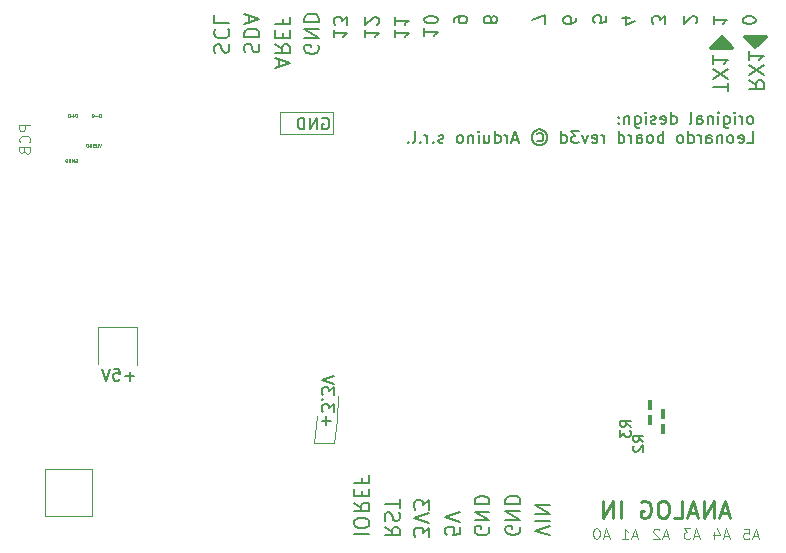
<source format=gbo>
G04 #@! TF.GenerationSoftware,KiCad,Pcbnew,(6.0.10-0)*
G04 #@! TF.CreationDate,2023-01-08T15:51:09+01:00*
G04 #@! TF.ProjectId,Leonardo_Rev3d,4c656f6e-6172-4646-9f5f-52657633642e,3d*
G04 #@! TF.SameCoordinates,Original*
G04 #@! TF.FileFunction,Legend,Bot*
G04 #@! TF.FilePolarity,Positive*
%FSLAX46Y46*%
G04 Gerber Fmt 4.6, Leading zero omitted, Abs format (unit mm)*
G04 Created by KiCad (PCBNEW (6.0.10-0)) date 2023-01-08 15:51:09*
%MOMM*%
%LPD*%
G01*
G04 APERTURE LIST*
G04 Aperture macros list*
%AMRoundRect*
0 Rectangle with rounded corners*
0 $1 Rounding radius*
0 $2 $3 $4 $5 $6 $7 $8 $9 X,Y pos of 4 corners*
0 Add a 4 corners polygon primitive as box body*
4,1,4,$2,$3,$4,$5,$6,$7,$8,$9,$2,$3,0*
0 Add four circle primitives for the rounded corners*
1,1,$1+$1,$2,$3*
1,1,$1+$1,$4,$5*
1,1,$1+$1,$6,$7*
1,1,$1+$1,$8,$9*
0 Add four rect primitives between the rounded corners*
20,1,$1+$1,$2,$3,$4,$5,0*
20,1,$1+$1,$4,$5,$6,$7,0*
20,1,$1+$1,$6,$7,$8,$9,0*
20,1,$1+$1,$8,$9,$2,$3,0*%
%AMFreePoly0*
4,1,17,0.356937,0.810921,0.810921,0.356937,0.825800,0.321016,0.825800,-0.321016,0.810921,-0.356937,0.356937,-0.810921,0.321016,-0.825800,-0.321016,-0.825800,-0.356937,-0.810921,-0.810921,-0.356937,-0.825800,-0.321016,-0.825800,0.321016,-0.810921,0.356937,-0.356937,0.810921,-0.321016,0.825800,0.321016,0.825800,0.356937,0.810921,0.356937,0.810921,$1*%
%AMFreePoly1*
4,1,17,0.864348,2.035921,2.035921,0.864348,2.050800,0.828427,2.050800,-0.828427,2.035921,-0.864348,0.864348,-2.035921,0.828427,-2.050800,-0.828427,-2.050800,-0.864348,-2.035921,-2.035921,-0.864348,-2.050800,-0.828427,-2.050800,0.828427,-2.035921,0.864348,-0.864348,2.035921,-0.828427,2.050800,0.828427,2.050800,0.864348,2.035921,0.864348,2.035921,$1*%
G04 Aperture macros list end*
%ADD10C,0.304800*%
%ADD11C,0.120000*%
%ADD12C,0.142240*%
%ADD13C,0.150000*%
%ADD14C,0.152400*%
%ADD15C,0.121920*%
%ADD16C,0.170688*%
%ADD17C,0.251460*%
%ADD18C,0.022433*%
%ADD19C,0.081280*%
%ADD20C,0.140208*%
%ADD21C,3.200000*%
%ADD22C,1.524000*%
%ADD23O,1.524000X2.946400*%
%ADD24RoundRect,0.550800X0.000000X0.000000X0.000000X0.000000X0.000000X0.000000X0.000000X0.000000X0*%
%ADD25O,1.651000X1.016000*%
%ADD26O,1.016000X1.295400*%
%ADD27FreePoly0,270.000000*%
%ADD28FreePoly1,90.000000*%
%ADD29FreePoly1,180.000000*%
%ADD30RoundRect,0.050800X2.000000X2.000000X-2.000000X2.000000X-2.000000X-2.000000X2.000000X-2.000000X0*%
%ADD31RoundRect,0.365800X0.135000X-0.035000X0.135000X0.035000X-0.135000X0.035000X-0.135000X-0.035000X0*%
G04 APERTURE END LIST*
D10*
X178440000Y-84984000D02*
X178059000Y-85365000D01*
X175188000Y-84778000D02*
X174299000Y-85667000D01*
X178059000Y-85619000D02*
X178948000Y-84730000D01*
D11*
X137790000Y-91130000D02*
X142310000Y-91130000D01*
X142310000Y-91130000D02*
X142310000Y-92940000D01*
X142310000Y-92940000D02*
X137790000Y-92940000D01*
X137790000Y-92940000D02*
X137790000Y-91130000D01*
D10*
X177170000Y-84730000D02*
X178059000Y-85619000D01*
X175188000Y-85032000D02*
X175696000Y-85540000D01*
X175442000Y-85540000D02*
X174680000Y-85540000D01*
D11*
X142650000Y-117210000D02*
X142370000Y-119110000D01*
D10*
X174680000Y-85540000D02*
X175188000Y-85032000D01*
D11*
X142680000Y-115180000D02*
X142650000Y-117210000D01*
X122360000Y-112490000D02*
X122360000Y-109280000D01*
D10*
X175061000Y-85286000D02*
X175442000Y-85540000D01*
X178059000Y-85365000D02*
X177551000Y-84857000D01*
X174299000Y-85667000D02*
X176077000Y-85667000D01*
D11*
X122360000Y-109280000D02*
X125680000Y-109280000D01*
X142370000Y-119110000D02*
X140650000Y-119110000D01*
D10*
X177932000Y-84984000D02*
X178440000Y-84984000D01*
X178059000Y-85238000D02*
X178059000Y-85111000D01*
X177551000Y-84857000D02*
X178567000Y-84857000D01*
X178948000Y-84730000D02*
X177170000Y-84730000D01*
D11*
X140650000Y-119110000D02*
X140950000Y-116880000D01*
X125690000Y-112495000D02*
X125690000Y-109285000D01*
D10*
X176077000Y-85667000D02*
X175188000Y-84778000D01*
D12*
X175771520Y-89377424D02*
X175771520Y-88645904D01*
X174491360Y-89011664D02*
X175771520Y-89011664D01*
X175771520Y-88341104D02*
X174491360Y-87487664D01*
X175771520Y-87487664D02*
X174491360Y-88341104D01*
X174491360Y-86329424D02*
X174491360Y-87060944D01*
X174491360Y-86695184D02*
X175771520Y-86695184D01*
X175588640Y-86817104D01*
X175466720Y-86939024D01*
X175405760Y-87060944D01*
X141060160Y-85472184D02*
X141121120Y-85594104D01*
X141121120Y-85776984D01*
X141060160Y-85959864D01*
X140938240Y-86081784D01*
X140816320Y-86142744D01*
X140572480Y-86203704D01*
X140389600Y-86203704D01*
X140145760Y-86142744D01*
X140023840Y-86081784D01*
X139901920Y-85959864D01*
X139840960Y-85776984D01*
X139840960Y-85655064D01*
X139901920Y-85472184D01*
X139962880Y-85411224D01*
X140389600Y-85411224D01*
X140389600Y-85655064D01*
X139840960Y-84862584D02*
X141121120Y-84862584D01*
X139840960Y-84131064D01*
X141121120Y-84131064D01*
X139840960Y-83521464D02*
X141121120Y-83521464D01*
X141121120Y-83216664D01*
X141060160Y-83033784D01*
X140938240Y-82911864D01*
X140816320Y-82850904D01*
X140572480Y-82789944D01*
X140389600Y-82789944D01*
X140145760Y-82850904D01*
X140023840Y-82911864D01*
X139901920Y-83033784D01*
X139840960Y-83216664D01*
X139840960Y-83521464D01*
X146660960Y-126241224D02*
X147270560Y-126667944D01*
X146660960Y-126972744D02*
X147941120Y-126972744D01*
X147941120Y-126485064D01*
X147880160Y-126363144D01*
X147819200Y-126302184D01*
X147697280Y-126241224D01*
X147514400Y-126241224D01*
X147392480Y-126302184D01*
X147331520Y-126363144D01*
X147270560Y-126485064D01*
X147270560Y-126972744D01*
X146721920Y-125753544D02*
X146660960Y-125570664D01*
X146660960Y-125265864D01*
X146721920Y-125143944D01*
X146782880Y-125082984D01*
X146904800Y-125022024D01*
X147026720Y-125022024D01*
X147148640Y-125082984D01*
X147209600Y-125143944D01*
X147270560Y-125265864D01*
X147331520Y-125509704D01*
X147392480Y-125631624D01*
X147453440Y-125692584D01*
X147575360Y-125753544D01*
X147697280Y-125753544D01*
X147819200Y-125692584D01*
X147880160Y-125631624D01*
X147941120Y-125509704D01*
X147941120Y-125204904D01*
X147880160Y-125022024D01*
X147941120Y-124656264D02*
X147941120Y-123924744D01*
X146660960Y-124290504D02*
X147941120Y-124290504D01*
D13*
X141718571Y-117620952D02*
X141718571Y-116859047D01*
X141337619Y-117240000D02*
X142099523Y-117240000D01*
X142337619Y-116478095D02*
X142337619Y-115859047D01*
X141956666Y-116192380D01*
X141956666Y-116049523D01*
X141909047Y-115954285D01*
X141861428Y-115906666D01*
X141766190Y-115859047D01*
X141528095Y-115859047D01*
X141432857Y-115906666D01*
X141385238Y-115954285D01*
X141337619Y-116049523D01*
X141337619Y-116335238D01*
X141385238Y-116430476D01*
X141432857Y-116478095D01*
X141432857Y-115430476D02*
X141385238Y-115382857D01*
X141337619Y-115430476D01*
X141385238Y-115478095D01*
X141432857Y-115430476D01*
X141337619Y-115430476D01*
X142337619Y-115049523D02*
X142337619Y-114430476D01*
X141956666Y-114763809D01*
X141956666Y-114620952D01*
X141909047Y-114525714D01*
X141861428Y-114478095D01*
X141766190Y-114430476D01*
X141528095Y-114430476D01*
X141432857Y-114478095D01*
X141385238Y-114525714D01*
X141337619Y-114620952D01*
X141337619Y-114906666D01*
X141385238Y-115001904D01*
X141432857Y-115049523D01*
X142337619Y-114144761D02*
X141337619Y-113811428D01*
X142337619Y-113478095D01*
D14*
X172996780Y-83620564D02*
X173050000Y-83567345D01*
X173103219Y-83460907D01*
X173103219Y-83194812D01*
X173050000Y-83088374D01*
X172996780Y-83035155D01*
X172890342Y-82981936D01*
X172783904Y-82981936D01*
X172624247Y-83035155D01*
X171985619Y-83673783D01*
X171985619Y-82981936D01*
X167470685Y-83178374D02*
X166725619Y-83178374D01*
X167896438Y-83444469D02*
X167098152Y-83710564D01*
X167098152Y-83018717D01*
D15*
X168070451Y-127021973D02*
X167644698Y-127021973D01*
X168155601Y-127277424D02*
X167857574Y-126383344D01*
X167559548Y-127277424D01*
X166793193Y-127277424D02*
X167304096Y-127277424D01*
X167048645Y-127277424D02*
X167048645Y-126383344D01*
X167133795Y-126511070D01*
X167218946Y-126596220D01*
X167304096Y-126638796D01*
D14*
X178083219Y-83394469D02*
X178083219Y-83288031D01*
X178030000Y-83181593D01*
X177976780Y-83128374D01*
X177870342Y-83075155D01*
X177657466Y-83021936D01*
X177391371Y-83021936D01*
X177178495Y-83075155D01*
X177072057Y-83128374D01*
X177018838Y-83181593D01*
X176965619Y-83288031D01*
X176965619Y-83394469D01*
X177018838Y-83500907D01*
X177072057Y-83554126D01*
X177178495Y-83607345D01*
X177391371Y-83660564D01*
X177657466Y-83660564D01*
X177870342Y-83607345D01*
X177976780Y-83554126D01*
X178030000Y-83500907D01*
X178083219Y-83394469D01*
X150025619Y-84046317D02*
X150025619Y-84684945D01*
X150025619Y-84365631D02*
X151143219Y-84365631D01*
X150983561Y-84472069D01*
X150877123Y-84578507D01*
X150823904Y-84684945D01*
X151143219Y-83354469D02*
X151143219Y-83248031D01*
X151090000Y-83141593D01*
X151036780Y-83088374D01*
X150930342Y-83035155D01*
X150717466Y-82981936D01*
X150451371Y-82981936D01*
X150238495Y-83035155D01*
X150132057Y-83088374D01*
X150078838Y-83141593D01*
X150025619Y-83248031D01*
X150025619Y-83354469D01*
X150078838Y-83460907D01*
X150132057Y-83514126D01*
X150238495Y-83567345D01*
X150451371Y-83620564D01*
X150717466Y-83620564D01*
X150930342Y-83567345D01*
X151036780Y-83514126D01*
X151090000Y-83460907D01*
X151143219Y-83354469D01*
D12*
X150421120Y-127094664D02*
X150421120Y-126302184D01*
X149933440Y-126728904D01*
X149933440Y-126546024D01*
X149872480Y-126424104D01*
X149811520Y-126363144D01*
X149689600Y-126302184D01*
X149384800Y-126302184D01*
X149262880Y-126363144D01*
X149201920Y-126424104D01*
X149140960Y-126546024D01*
X149140960Y-126911784D01*
X149201920Y-127033704D01*
X149262880Y-127094664D01*
X150421120Y-125936424D02*
X149140960Y-125509704D01*
X150421120Y-125082984D01*
X150421120Y-124778184D02*
X150421120Y-123985704D01*
X149933440Y-124412424D01*
X149933440Y-124229544D01*
X149872480Y-124107624D01*
X149811520Y-124046664D01*
X149689600Y-123985704D01*
X149384800Y-123985704D01*
X149262880Y-124046664D01*
X149201920Y-124107624D01*
X149140960Y-124229544D01*
X149140960Y-124595304D01*
X149201920Y-124717224D01*
X149262880Y-124778184D01*
X132291920Y-86103704D02*
X132230960Y-85920824D01*
X132230960Y-85616024D01*
X132291920Y-85494104D01*
X132352880Y-85433144D01*
X132474800Y-85372184D01*
X132596720Y-85372184D01*
X132718640Y-85433144D01*
X132779600Y-85494104D01*
X132840560Y-85616024D01*
X132901520Y-85859864D01*
X132962480Y-85981784D01*
X133023440Y-86042744D01*
X133145360Y-86103704D01*
X133267280Y-86103704D01*
X133389200Y-86042744D01*
X133450160Y-85981784D01*
X133511120Y-85859864D01*
X133511120Y-85555064D01*
X133450160Y-85372184D01*
X132352880Y-84092024D02*
X132291920Y-84152984D01*
X132230960Y-84335864D01*
X132230960Y-84457784D01*
X132291920Y-84640664D01*
X132413840Y-84762584D01*
X132535760Y-84823544D01*
X132779600Y-84884504D01*
X132962480Y-84884504D01*
X133206320Y-84823544D01*
X133328240Y-84762584D01*
X133450160Y-84640664D01*
X133511120Y-84457784D01*
X133511120Y-84335864D01*
X133450160Y-84152984D01*
X133389200Y-84092024D01*
X132230960Y-82933784D02*
X132230960Y-83543384D01*
X133511120Y-83543384D01*
D14*
X145035619Y-84136317D02*
X145035619Y-84774945D01*
X145035619Y-84455631D02*
X146153219Y-84455631D01*
X145993561Y-84562069D01*
X145887123Y-84668507D01*
X145833904Y-84774945D01*
X146046780Y-83710564D02*
X146100000Y-83657345D01*
X146153219Y-83550907D01*
X146153219Y-83284812D01*
X146100000Y-83178374D01*
X146046780Y-83125155D01*
X145940342Y-83071936D01*
X145833904Y-83071936D01*
X145674247Y-83125155D01*
X145035619Y-83763783D01*
X145035619Y-83071936D01*
D12*
X134841920Y-86063704D02*
X134780960Y-85880824D01*
X134780960Y-85576024D01*
X134841920Y-85454104D01*
X134902880Y-85393144D01*
X135024800Y-85332184D01*
X135146720Y-85332184D01*
X135268640Y-85393144D01*
X135329600Y-85454104D01*
X135390560Y-85576024D01*
X135451520Y-85819864D01*
X135512480Y-85941784D01*
X135573440Y-86002744D01*
X135695360Y-86063704D01*
X135817280Y-86063704D01*
X135939200Y-86002744D01*
X136000160Y-85941784D01*
X136061120Y-85819864D01*
X136061120Y-85515064D01*
X136000160Y-85332184D01*
X134780960Y-84783544D02*
X136061120Y-84783544D01*
X136061120Y-84478744D01*
X136000160Y-84295864D01*
X135878240Y-84173944D01*
X135756320Y-84112984D01*
X135512480Y-84052024D01*
X135329600Y-84052024D01*
X135085760Y-84112984D01*
X134963840Y-84173944D01*
X134841920Y-84295864D01*
X134780960Y-84478744D01*
X134780960Y-84783544D01*
X135146720Y-83564344D02*
X135146720Y-82954744D01*
X134780960Y-83686264D02*
X136061120Y-83259544D01*
X134780960Y-82832824D01*
X177484960Y-88427224D02*
X178094560Y-88853944D01*
X177484960Y-89158744D02*
X178765120Y-89158744D01*
X178765120Y-88671064D01*
X178704160Y-88549144D01*
X178643200Y-88488184D01*
X178521280Y-88427224D01*
X178338400Y-88427224D01*
X178216480Y-88488184D01*
X178155520Y-88549144D01*
X178094560Y-88671064D01*
X178094560Y-89158744D01*
X178765120Y-88000504D02*
X177484960Y-87147064D01*
X178765120Y-87147064D02*
X177484960Y-88000504D01*
X177484960Y-85988824D02*
X177484960Y-86720344D01*
X177484960Y-86354584D02*
X178765120Y-86354584D01*
X178582240Y-86476504D01*
X178460320Y-86598424D01*
X178399360Y-86720344D01*
D14*
X142365619Y-84136317D02*
X142365619Y-84774945D01*
X142365619Y-84455631D02*
X143483219Y-84455631D01*
X143323561Y-84562069D01*
X143217123Y-84668507D01*
X143163904Y-84774945D01*
X143483219Y-83763783D02*
X143483219Y-83071936D01*
X143057466Y-83444469D01*
X143057466Y-83284812D01*
X143004247Y-83178374D01*
X142951028Y-83125155D01*
X142844590Y-83071936D01*
X142578495Y-83071936D01*
X142472057Y-83125155D01*
X142418838Y-83178374D01*
X142365619Y-83284812D01*
X142365619Y-83604126D01*
X142418838Y-83710564D01*
X142472057Y-83763783D01*
D16*
X153051317Y-126274972D02*
X153051317Y-126871026D01*
X152455264Y-126930631D01*
X152514869Y-126871026D01*
X152574474Y-126751815D01*
X152574474Y-126453788D01*
X152514869Y-126334578D01*
X152455264Y-126274972D01*
X152336053Y-126215367D01*
X152038026Y-126215367D01*
X151918816Y-126274972D01*
X151859210Y-126334578D01*
X151799605Y-126453788D01*
X151799605Y-126751815D01*
X151859210Y-126871026D01*
X151918816Y-126930631D01*
X153051317Y-125857735D02*
X151799605Y-125440498D01*
X153051317Y-125023260D01*
D15*
X178310451Y-127021973D02*
X177884698Y-127021973D01*
X178395601Y-127277424D02*
X178097574Y-126383344D01*
X177799548Y-127277424D01*
X177075769Y-126383344D02*
X177501521Y-126383344D01*
X177544096Y-126809097D01*
X177501521Y-126766521D01*
X177416371Y-126723946D01*
X177203494Y-126723946D01*
X177118344Y-126766521D01*
X177075769Y-126809097D01*
X177033193Y-126894247D01*
X177033193Y-127107123D01*
X177075769Y-127192274D01*
X177118344Y-127234849D01*
X177203494Y-127277424D01*
X177416371Y-127277424D01*
X177501521Y-127234849D01*
X177544096Y-127192274D01*
D13*
X141391904Y-91640000D02*
X141487142Y-91592380D01*
X141630000Y-91592380D01*
X141772857Y-91640000D01*
X141868095Y-91735238D01*
X141915714Y-91830476D01*
X141963333Y-92020952D01*
X141963333Y-92163809D01*
X141915714Y-92354285D01*
X141868095Y-92449523D01*
X141772857Y-92544761D01*
X141630000Y-92592380D01*
X141534761Y-92592380D01*
X141391904Y-92544761D01*
X141344285Y-92497142D01*
X141344285Y-92163809D01*
X141534761Y-92163809D01*
X140915714Y-92592380D02*
X140915714Y-91592380D01*
X140344285Y-92592380D01*
X140344285Y-91592380D01*
X139868095Y-92592380D02*
X139868095Y-91592380D01*
X139630000Y-91592380D01*
X139487142Y-91640000D01*
X139391904Y-91735238D01*
X139344285Y-91830476D01*
X139296666Y-92020952D01*
X139296666Y-92163809D01*
X139344285Y-92354285D01*
X139391904Y-92449523D01*
X139487142Y-92544761D01*
X139630000Y-92592380D01*
X139868095Y-92592380D01*
X125445714Y-113471428D02*
X124683809Y-113471428D01*
X125064761Y-113852380D02*
X125064761Y-113090476D01*
X123731428Y-112852380D02*
X124207619Y-112852380D01*
X124255238Y-113328571D01*
X124207619Y-113280952D01*
X124112380Y-113233333D01*
X123874285Y-113233333D01*
X123779047Y-113280952D01*
X123731428Y-113328571D01*
X123683809Y-113423809D01*
X123683809Y-113661904D01*
X123731428Y-113757142D01*
X123779047Y-113804761D01*
X123874285Y-113852380D01*
X124112380Y-113852380D01*
X124207619Y-113804761D01*
X124255238Y-113757142D01*
X123398095Y-112852380D02*
X123064761Y-113852380D01*
X122731428Y-112852380D01*
D14*
X174515619Y-83021936D02*
X174515619Y-83660564D01*
X174515619Y-83341250D02*
X175633219Y-83341250D01*
X175473561Y-83447688D01*
X175367123Y-83554126D01*
X175313904Y-83660564D01*
D15*
X173250451Y-126981973D02*
X172824698Y-126981973D01*
X173335601Y-127237424D02*
X173037574Y-126343344D01*
X172739548Y-127237424D01*
X172526672Y-126343344D02*
X171973193Y-126343344D01*
X172271220Y-126683946D01*
X172143494Y-126683946D01*
X172058344Y-126726521D01*
X172015769Y-126769097D01*
X171973193Y-126854247D01*
X171973193Y-127067123D01*
X172015769Y-127152274D01*
X172058344Y-127194849D01*
X172143494Y-127237424D01*
X172398946Y-127237424D01*
X172484096Y-127194849D01*
X172526672Y-127152274D01*
D16*
X155471712Y-126255367D02*
X155531317Y-126374578D01*
X155531317Y-126553394D01*
X155471712Y-126732210D01*
X155352501Y-126851420D01*
X155233290Y-126911026D01*
X154994869Y-126970631D01*
X154816053Y-126970631D01*
X154577632Y-126911026D01*
X154458421Y-126851420D01*
X154339210Y-126732210D01*
X154279605Y-126553394D01*
X154279605Y-126434183D01*
X154339210Y-126255367D01*
X154398816Y-126195762D01*
X154816053Y-126195762D01*
X154816053Y-126434183D01*
X154279605Y-125659314D02*
X155531317Y-125659314D01*
X154279605Y-124944050D01*
X155531317Y-124944050D01*
X154279605Y-124347996D02*
X155531317Y-124347996D01*
X155531317Y-124049970D01*
X155471712Y-123871154D01*
X155352501Y-123751943D01*
X155233290Y-123692338D01*
X154994869Y-123632732D01*
X154816053Y-123632732D01*
X154577632Y-123692338D01*
X154458421Y-123751943D01*
X154339210Y-123871154D01*
X154279605Y-124049970D01*
X154279605Y-124347996D01*
X160631317Y-126969842D02*
X159379605Y-126552604D01*
X160631317Y-126135367D01*
X159379605Y-125718130D02*
X160631317Y-125718130D01*
X159379605Y-125122076D02*
X160631317Y-125122076D01*
X159379605Y-124406812D01*
X160631317Y-124406812D01*
X158081712Y-126215367D02*
X158141317Y-126334578D01*
X158141317Y-126513394D01*
X158081712Y-126692210D01*
X157962501Y-126811420D01*
X157843290Y-126871026D01*
X157604869Y-126930631D01*
X157426053Y-126930631D01*
X157187632Y-126871026D01*
X157068421Y-126811420D01*
X156949210Y-126692210D01*
X156889605Y-126513394D01*
X156889605Y-126394183D01*
X156949210Y-126215367D01*
X157008816Y-126155762D01*
X157426053Y-126155762D01*
X157426053Y-126394183D01*
X156889605Y-125619314D02*
X158141317Y-125619314D01*
X156889605Y-124904050D01*
X158141317Y-124904050D01*
X156889605Y-124307996D02*
X158141317Y-124307996D01*
X158141317Y-124009970D01*
X158081712Y-123831154D01*
X157962501Y-123711943D01*
X157843290Y-123652338D01*
X157604869Y-123592732D01*
X157426053Y-123592732D01*
X157187632Y-123652338D01*
X157068421Y-123711943D01*
X156949210Y-123831154D01*
X156889605Y-124009970D01*
X156889605Y-124307996D01*
D12*
X137716720Y-87263704D02*
X137716720Y-86654104D01*
X137350960Y-87385624D02*
X138631120Y-86958904D01*
X137350960Y-86532184D01*
X137350960Y-85373944D02*
X137960560Y-85800664D01*
X137350960Y-86105464D02*
X138631120Y-86105464D01*
X138631120Y-85617784D01*
X138570160Y-85495864D01*
X138509200Y-85434904D01*
X138387280Y-85373944D01*
X138204400Y-85373944D01*
X138082480Y-85434904D01*
X138021520Y-85495864D01*
X137960560Y-85617784D01*
X137960560Y-86105464D01*
X138021520Y-84825304D02*
X138021520Y-84398584D01*
X137350960Y-84215704D02*
X137350960Y-84825304D01*
X138631120Y-84825304D01*
X138631120Y-84215704D01*
X138021520Y-83240344D02*
X138021520Y-83667064D01*
X137350960Y-83667064D02*
X138631120Y-83667064D01*
X138631120Y-83057464D01*
D14*
X165443219Y-82985155D02*
X165443219Y-83517345D01*
X164911028Y-83570564D01*
X164964247Y-83517345D01*
X165017466Y-83410907D01*
X165017466Y-83144812D01*
X164964247Y-83038374D01*
X164911028Y-82985155D01*
X164804590Y-82931936D01*
X164538495Y-82931936D01*
X164432057Y-82985155D01*
X164378838Y-83038374D01*
X164325619Y-83144812D01*
X164325619Y-83410907D01*
X164378838Y-83517345D01*
X164432057Y-83570564D01*
X147575619Y-84136317D02*
X147575619Y-84774945D01*
X147575619Y-84455631D02*
X148693219Y-84455631D01*
X148533561Y-84562069D01*
X148427123Y-84668507D01*
X148373904Y-84774945D01*
X147575619Y-83071936D02*
X147575619Y-83710564D01*
X147575619Y-83391250D02*
X148693219Y-83391250D01*
X148533561Y-83497688D01*
X148427123Y-83604126D01*
X148373904Y-83710564D01*
D15*
X175780451Y-126981973D02*
X175354698Y-126981973D01*
X175865601Y-127237424D02*
X175567574Y-126343344D01*
X175269548Y-127237424D01*
X174588344Y-126641371D02*
X174588344Y-127237424D01*
X174801220Y-126300769D02*
X175014096Y-126939398D01*
X174460618Y-126939398D01*
X170680451Y-127021973D02*
X170254698Y-127021973D01*
X170765601Y-127277424D02*
X170467574Y-126383344D01*
X170169548Y-127277424D01*
X169914096Y-126468495D02*
X169871521Y-126425920D01*
X169786371Y-126383344D01*
X169573494Y-126383344D01*
X169488344Y-126425920D01*
X169445769Y-126468495D01*
X169403193Y-126553645D01*
X169403193Y-126638796D01*
X169445769Y-126766521D01*
X169956672Y-127277424D01*
X169403193Y-127277424D01*
X165620451Y-126981973D02*
X165194698Y-126981973D01*
X165705601Y-127237424D02*
X165407574Y-126343344D01*
X165109548Y-127237424D01*
X164641220Y-126343344D02*
X164556070Y-126343344D01*
X164470919Y-126385920D01*
X164428344Y-126428495D01*
X164385769Y-126513645D01*
X164343193Y-126683946D01*
X164343193Y-126896822D01*
X164385769Y-127067123D01*
X164428344Y-127152274D01*
X164470919Y-127194849D01*
X164556070Y-127237424D01*
X164641220Y-127237424D01*
X164726371Y-127194849D01*
X164768946Y-127152274D01*
X164811521Y-127067123D01*
X164854096Y-126896822D01*
X164854096Y-126683946D01*
X164811521Y-126513645D01*
X164768946Y-126428495D01*
X164726371Y-126385920D01*
X164641220Y-126343344D01*
D12*
X144080960Y-126882744D02*
X145361120Y-126882744D01*
X145361120Y-126029304D02*
X145361120Y-125785464D01*
X145300160Y-125663544D01*
X145178240Y-125541624D01*
X144934400Y-125480664D01*
X144507680Y-125480664D01*
X144263840Y-125541624D01*
X144141920Y-125663544D01*
X144080960Y-125785464D01*
X144080960Y-126029304D01*
X144141920Y-126151224D01*
X144263840Y-126273144D01*
X144507680Y-126334104D01*
X144934400Y-126334104D01*
X145178240Y-126273144D01*
X145300160Y-126151224D01*
X145361120Y-126029304D01*
X144080960Y-124200504D02*
X144690560Y-124627224D01*
X144080960Y-124932024D02*
X145361120Y-124932024D01*
X145361120Y-124444344D01*
X145300160Y-124322424D01*
X145239200Y-124261464D01*
X145117280Y-124200504D01*
X144934400Y-124200504D01*
X144812480Y-124261464D01*
X144751520Y-124322424D01*
X144690560Y-124444344D01*
X144690560Y-124932024D01*
X144751520Y-123651864D02*
X144751520Y-123225144D01*
X144080960Y-123042264D02*
X144080960Y-123651864D01*
X145361120Y-123651864D01*
X145361120Y-123042264D01*
X144751520Y-122066904D02*
X144751520Y-122493624D01*
X144080960Y-122493624D02*
X145361120Y-122493624D01*
X145361120Y-121884024D01*
D14*
X160273219Y-83623783D02*
X160273219Y-82878717D01*
X159155619Y-83357688D01*
X152515619Y-83514126D02*
X152515619Y-83301250D01*
X152568838Y-83194812D01*
X152622057Y-83141593D01*
X152781714Y-83035155D01*
X152994590Y-82981936D01*
X153420342Y-82981936D01*
X153526780Y-83035155D01*
X153580000Y-83088374D01*
X153633219Y-83194812D01*
X153633219Y-83407688D01*
X153580000Y-83514126D01*
X153526780Y-83567345D01*
X153420342Y-83620564D01*
X153154247Y-83620564D01*
X153047809Y-83567345D01*
X152994590Y-83514126D01*
X152941371Y-83407688D01*
X152941371Y-83194812D01*
X152994590Y-83088374D01*
X153047809Y-83035155D01*
X153154247Y-82981936D01*
D13*
X177671547Y-92127380D02*
X177766785Y-92079761D01*
X177814404Y-92032142D01*
X177862023Y-91936904D01*
X177862023Y-91651190D01*
X177814404Y-91555952D01*
X177766785Y-91508333D01*
X177671547Y-91460714D01*
X177528690Y-91460714D01*
X177433452Y-91508333D01*
X177385833Y-91555952D01*
X177338214Y-91651190D01*
X177338214Y-91936904D01*
X177385833Y-92032142D01*
X177433452Y-92079761D01*
X177528690Y-92127380D01*
X177671547Y-92127380D01*
X176909642Y-92127380D02*
X176909642Y-91460714D01*
X176909642Y-91651190D02*
X176862023Y-91555952D01*
X176814404Y-91508333D01*
X176719166Y-91460714D01*
X176623928Y-91460714D01*
X176290595Y-92127380D02*
X176290595Y-91460714D01*
X176290595Y-91127380D02*
X176338214Y-91175000D01*
X176290595Y-91222619D01*
X176242976Y-91175000D01*
X176290595Y-91127380D01*
X176290595Y-91222619D01*
X175385833Y-91460714D02*
X175385833Y-92270238D01*
X175433452Y-92365476D01*
X175481071Y-92413095D01*
X175576309Y-92460714D01*
X175719166Y-92460714D01*
X175814404Y-92413095D01*
X175385833Y-92079761D02*
X175481071Y-92127380D01*
X175671547Y-92127380D01*
X175766785Y-92079761D01*
X175814404Y-92032142D01*
X175862023Y-91936904D01*
X175862023Y-91651190D01*
X175814404Y-91555952D01*
X175766785Y-91508333D01*
X175671547Y-91460714D01*
X175481071Y-91460714D01*
X175385833Y-91508333D01*
X174909642Y-92127380D02*
X174909642Y-91460714D01*
X174909642Y-91127380D02*
X174957261Y-91175000D01*
X174909642Y-91222619D01*
X174862023Y-91175000D01*
X174909642Y-91127380D01*
X174909642Y-91222619D01*
X174433452Y-91460714D02*
X174433452Y-92127380D01*
X174433452Y-91555952D02*
X174385833Y-91508333D01*
X174290595Y-91460714D01*
X174147738Y-91460714D01*
X174052500Y-91508333D01*
X174004880Y-91603571D01*
X174004880Y-92127380D01*
X173100119Y-92127380D02*
X173100119Y-91603571D01*
X173147738Y-91508333D01*
X173242976Y-91460714D01*
X173433452Y-91460714D01*
X173528690Y-91508333D01*
X173100119Y-92079761D02*
X173195357Y-92127380D01*
X173433452Y-92127380D01*
X173528690Y-92079761D01*
X173576309Y-91984523D01*
X173576309Y-91889285D01*
X173528690Y-91794047D01*
X173433452Y-91746428D01*
X173195357Y-91746428D01*
X173100119Y-91698809D01*
X172481071Y-92127380D02*
X172576309Y-92079761D01*
X172623928Y-91984523D01*
X172623928Y-91127380D01*
X170909642Y-92127380D02*
X170909642Y-91127380D01*
X170909642Y-92079761D02*
X171004880Y-92127380D01*
X171195357Y-92127380D01*
X171290595Y-92079761D01*
X171338214Y-92032142D01*
X171385833Y-91936904D01*
X171385833Y-91651190D01*
X171338214Y-91555952D01*
X171290595Y-91508333D01*
X171195357Y-91460714D01*
X171004880Y-91460714D01*
X170909642Y-91508333D01*
X170052500Y-92079761D02*
X170147738Y-92127380D01*
X170338214Y-92127380D01*
X170433452Y-92079761D01*
X170481071Y-91984523D01*
X170481071Y-91603571D01*
X170433452Y-91508333D01*
X170338214Y-91460714D01*
X170147738Y-91460714D01*
X170052500Y-91508333D01*
X170004880Y-91603571D01*
X170004880Y-91698809D01*
X170481071Y-91794047D01*
X169623928Y-92079761D02*
X169528690Y-92127380D01*
X169338214Y-92127380D01*
X169242976Y-92079761D01*
X169195357Y-91984523D01*
X169195357Y-91936904D01*
X169242976Y-91841666D01*
X169338214Y-91794047D01*
X169481071Y-91794047D01*
X169576309Y-91746428D01*
X169623928Y-91651190D01*
X169623928Y-91603571D01*
X169576309Y-91508333D01*
X169481071Y-91460714D01*
X169338214Y-91460714D01*
X169242976Y-91508333D01*
X168766785Y-92127380D02*
X168766785Y-91460714D01*
X168766785Y-91127380D02*
X168814404Y-91175000D01*
X168766785Y-91222619D01*
X168719166Y-91175000D01*
X168766785Y-91127380D01*
X168766785Y-91222619D01*
X167862023Y-91460714D02*
X167862023Y-92270238D01*
X167909642Y-92365476D01*
X167957261Y-92413095D01*
X168052500Y-92460714D01*
X168195357Y-92460714D01*
X168290595Y-92413095D01*
X167862023Y-92079761D02*
X167957261Y-92127380D01*
X168147738Y-92127380D01*
X168242976Y-92079761D01*
X168290595Y-92032142D01*
X168338214Y-91936904D01*
X168338214Y-91651190D01*
X168290595Y-91555952D01*
X168242976Y-91508333D01*
X168147738Y-91460714D01*
X167957261Y-91460714D01*
X167862023Y-91508333D01*
X167385833Y-91460714D02*
X167385833Y-92127380D01*
X167385833Y-91555952D02*
X167338214Y-91508333D01*
X167242976Y-91460714D01*
X167100119Y-91460714D01*
X167004880Y-91508333D01*
X166957261Y-91603571D01*
X166957261Y-92127380D01*
X166481071Y-92032142D02*
X166433452Y-92079761D01*
X166481071Y-92127380D01*
X166528690Y-92079761D01*
X166481071Y-92032142D01*
X166481071Y-92127380D01*
X166481071Y-91508333D02*
X166433452Y-91555952D01*
X166481071Y-91603571D01*
X166528690Y-91555952D01*
X166481071Y-91508333D01*
X166481071Y-91603571D01*
X177338214Y-93737380D02*
X177814404Y-93737380D01*
X177814404Y-92737380D01*
X176623928Y-93689761D02*
X176719166Y-93737380D01*
X176909642Y-93737380D01*
X177004880Y-93689761D01*
X177052500Y-93594523D01*
X177052500Y-93213571D01*
X177004880Y-93118333D01*
X176909642Y-93070714D01*
X176719166Y-93070714D01*
X176623928Y-93118333D01*
X176576309Y-93213571D01*
X176576309Y-93308809D01*
X177052500Y-93404047D01*
X176004880Y-93737380D02*
X176100119Y-93689761D01*
X176147738Y-93642142D01*
X176195357Y-93546904D01*
X176195357Y-93261190D01*
X176147738Y-93165952D01*
X176100119Y-93118333D01*
X176004880Y-93070714D01*
X175862023Y-93070714D01*
X175766785Y-93118333D01*
X175719166Y-93165952D01*
X175671547Y-93261190D01*
X175671547Y-93546904D01*
X175719166Y-93642142D01*
X175766785Y-93689761D01*
X175862023Y-93737380D01*
X176004880Y-93737380D01*
X175242976Y-93070714D02*
X175242976Y-93737380D01*
X175242976Y-93165952D02*
X175195357Y-93118333D01*
X175100119Y-93070714D01*
X174957261Y-93070714D01*
X174862023Y-93118333D01*
X174814404Y-93213571D01*
X174814404Y-93737380D01*
X173909642Y-93737380D02*
X173909642Y-93213571D01*
X173957261Y-93118333D01*
X174052500Y-93070714D01*
X174242976Y-93070714D01*
X174338214Y-93118333D01*
X173909642Y-93689761D02*
X174004880Y-93737380D01*
X174242976Y-93737380D01*
X174338214Y-93689761D01*
X174385833Y-93594523D01*
X174385833Y-93499285D01*
X174338214Y-93404047D01*
X174242976Y-93356428D01*
X174004880Y-93356428D01*
X173909642Y-93308809D01*
X173433452Y-93737380D02*
X173433452Y-93070714D01*
X173433452Y-93261190D02*
X173385833Y-93165952D01*
X173338214Y-93118333D01*
X173242976Y-93070714D01*
X173147738Y-93070714D01*
X172385833Y-93737380D02*
X172385833Y-92737380D01*
X172385833Y-93689761D02*
X172481071Y-93737380D01*
X172671547Y-93737380D01*
X172766785Y-93689761D01*
X172814404Y-93642142D01*
X172862023Y-93546904D01*
X172862023Y-93261190D01*
X172814404Y-93165952D01*
X172766785Y-93118333D01*
X172671547Y-93070714D01*
X172481071Y-93070714D01*
X172385833Y-93118333D01*
X171766785Y-93737380D02*
X171862023Y-93689761D01*
X171909642Y-93642142D01*
X171957261Y-93546904D01*
X171957261Y-93261190D01*
X171909642Y-93165952D01*
X171862023Y-93118333D01*
X171766785Y-93070714D01*
X171623928Y-93070714D01*
X171528690Y-93118333D01*
X171481071Y-93165952D01*
X171433452Y-93261190D01*
X171433452Y-93546904D01*
X171481071Y-93642142D01*
X171528690Y-93689761D01*
X171623928Y-93737380D01*
X171766785Y-93737380D01*
X170242976Y-93737380D02*
X170242976Y-92737380D01*
X170242976Y-93118333D02*
X170147738Y-93070714D01*
X169957261Y-93070714D01*
X169862023Y-93118333D01*
X169814404Y-93165952D01*
X169766785Y-93261190D01*
X169766785Y-93546904D01*
X169814404Y-93642142D01*
X169862023Y-93689761D01*
X169957261Y-93737380D01*
X170147738Y-93737380D01*
X170242976Y-93689761D01*
X169195357Y-93737380D02*
X169290595Y-93689761D01*
X169338214Y-93642142D01*
X169385833Y-93546904D01*
X169385833Y-93261190D01*
X169338214Y-93165952D01*
X169290595Y-93118333D01*
X169195357Y-93070714D01*
X169052500Y-93070714D01*
X168957261Y-93118333D01*
X168909642Y-93165952D01*
X168862023Y-93261190D01*
X168862023Y-93546904D01*
X168909642Y-93642142D01*
X168957261Y-93689761D01*
X169052500Y-93737380D01*
X169195357Y-93737380D01*
X168004880Y-93737380D02*
X168004880Y-93213571D01*
X168052500Y-93118333D01*
X168147738Y-93070714D01*
X168338214Y-93070714D01*
X168433452Y-93118333D01*
X168004880Y-93689761D02*
X168100119Y-93737380D01*
X168338214Y-93737380D01*
X168433452Y-93689761D01*
X168481071Y-93594523D01*
X168481071Y-93499285D01*
X168433452Y-93404047D01*
X168338214Y-93356428D01*
X168100119Y-93356428D01*
X168004880Y-93308809D01*
X167528690Y-93737380D02*
X167528690Y-93070714D01*
X167528690Y-93261190D02*
X167481071Y-93165952D01*
X167433452Y-93118333D01*
X167338214Y-93070714D01*
X167242976Y-93070714D01*
X166481071Y-93737380D02*
X166481071Y-92737380D01*
X166481071Y-93689761D02*
X166576309Y-93737380D01*
X166766785Y-93737380D01*
X166862023Y-93689761D01*
X166909642Y-93642142D01*
X166957261Y-93546904D01*
X166957261Y-93261190D01*
X166909642Y-93165952D01*
X166862023Y-93118333D01*
X166766785Y-93070714D01*
X166576309Y-93070714D01*
X166481071Y-93118333D01*
X165242976Y-93737380D02*
X165242976Y-93070714D01*
X165242976Y-93261190D02*
X165195357Y-93165952D01*
X165147738Y-93118333D01*
X165052500Y-93070714D01*
X164957261Y-93070714D01*
X164242976Y-93689761D02*
X164338214Y-93737380D01*
X164528690Y-93737380D01*
X164623928Y-93689761D01*
X164671547Y-93594523D01*
X164671547Y-93213571D01*
X164623928Y-93118333D01*
X164528690Y-93070714D01*
X164338214Y-93070714D01*
X164242976Y-93118333D01*
X164195357Y-93213571D01*
X164195357Y-93308809D01*
X164671547Y-93404047D01*
X163862023Y-93070714D02*
X163623928Y-93737380D01*
X163385833Y-93070714D01*
X163100119Y-92737380D02*
X162481071Y-92737380D01*
X162814404Y-93118333D01*
X162671547Y-93118333D01*
X162576309Y-93165952D01*
X162528690Y-93213571D01*
X162481071Y-93308809D01*
X162481071Y-93546904D01*
X162528690Y-93642142D01*
X162576309Y-93689761D01*
X162671547Y-93737380D01*
X162957261Y-93737380D01*
X163052500Y-93689761D01*
X163100119Y-93642142D01*
X161623928Y-93737380D02*
X161623928Y-92737380D01*
X161623928Y-93689761D02*
X161719166Y-93737380D01*
X161909642Y-93737380D01*
X162004880Y-93689761D01*
X162052500Y-93642142D01*
X162100119Y-93546904D01*
X162100119Y-93261190D01*
X162052500Y-93165952D01*
X162004880Y-93118333D01*
X161909642Y-93070714D01*
X161719166Y-93070714D01*
X161623928Y-93118333D01*
X159576309Y-92975476D02*
X159671547Y-92927857D01*
X159862023Y-92927857D01*
X159957261Y-92975476D01*
X160052500Y-93070714D01*
X160100119Y-93165952D01*
X160100119Y-93356428D01*
X160052500Y-93451666D01*
X159957261Y-93546904D01*
X159862023Y-93594523D01*
X159671547Y-93594523D01*
X159576309Y-93546904D01*
X159766785Y-92594523D02*
X160004880Y-92642142D01*
X160242976Y-92785000D01*
X160385833Y-93023095D01*
X160433452Y-93261190D01*
X160385833Y-93499285D01*
X160242976Y-93737380D01*
X160004880Y-93880238D01*
X159766785Y-93927857D01*
X159528690Y-93880238D01*
X159290595Y-93737380D01*
X159147738Y-93499285D01*
X159100119Y-93261190D01*
X159147738Y-93023095D01*
X159290595Y-92785000D01*
X159528690Y-92642142D01*
X159766785Y-92594523D01*
X157957261Y-93451666D02*
X157481071Y-93451666D01*
X158052500Y-93737380D02*
X157719166Y-92737380D01*
X157385833Y-93737380D01*
X157052500Y-93737380D02*
X157052500Y-93070714D01*
X157052500Y-93261190D02*
X157004880Y-93165952D01*
X156957261Y-93118333D01*
X156862023Y-93070714D01*
X156766785Y-93070714D01*
X156004880Y-93737380D02*
X156004880Y-92737380D01*
X156004880Y-93689761D02*
X156100119Y-93737380D01*
X156290595Y-93737380D01*
X156385833Y-93689761D01*
X156433452Y-93642142D01*
X156481071Y-93546904D01*
X156481071Y-93261190D01*
X156433452Y-93165952D01*
X156385833Y-93118333D01*
X156290595Y-93070714D01*
X156100119Y-93070714D01*
X156004880Y-93118333D01*
X155100119Y-93070714D02*
X155100119Y-93737380D01*
X155528690Y-93070714D02*
X155528690Y-93594523D01*
X155481071Y-93689761D01*
X155385833Y-93737380D01*
X155242976Y-93737380D01*
X155147738Y-93689761D01*
X155100119Y-93642142D01*
X154623928Y-93737380D02*
X154623928Y-93070714D01*
X154623928Y-92737380D02*
X154671547Y-92785000D01*
X154623928Y-92832619D01*
X154576309Y-92785000D01*
X154623928Y-92737380D01*
X154623928Y-92832619D01*
X154147738Y-93070714D02*
X154147738Y-93737380D01*
X154147738Y-93165952D02*
X154100119Y-93118333D01*
X154004880Y-93070714D01*
X153862023Y-93070714D01*
X153766785Y-93118333D01*
X153719166Y-93213571D01*
X153719166Y-93737380D01*
X153100119Y-93737380D02*
X153195357Y-93689761D01*
X153242976Y-93642142D01*
X153290595Y-93546904D01*
X153290595Y-93261190D01*
X153242976Y-93165952D01*
X153195357Y-93118333D01*
X153100119Y-93070714D01*
X152957261Y-93070714D01*
X152862023Y-93118333D01*
X152814404Y-93165952D01*
X152766785Y-93261190D01*
X152766785Y-93546904D01*
X152814404Y-93642142D01*
X152862023Y-93689761D01*
X152957261Y-93737380D01*
X153100119Y-93737380D01*
X151623928Y-93689761D02*
X151528690Y-93737380D01*
X151338214Y-93737380D01*
X151242976Y-93689761D01*
X151195357Y-93594523D01*
X151195357Y-93546904D01*
X151242976Y-93451666D01*
X151338214Y-93404047D01*
X151481071Y-93404047D01*
X151576309Y-93356428D01*
X151623928Y-93261190D01*
X151623928Y-93213571D01*
X151576309Y-93118333D01*
X151481071Y-93070714D01*
X151338214Y-93070714D01*
X151242976Y-93118333D01*
X150766785Y-93642142D02*
X150719166Y-93689761D01*
X150766785Y-93737380D01*
X150814404Y-93689761D01*
X150766785Y-93642142D01*
X150766785Y-93737380D01*
X150290595Y-93737380D02*
X150290595Y-93070714D01*
X150290595Y-93261190D02*
X150242976Y-93165952D01*
X150195357Y-93118333D01*
X150100119Y-93070714D01*
X150004880Y-93070714D01*
X149671547Y-93642142D02*
X149623928Y-93689761D01*
X149671547Y-93737380D01*
X149719166Y-93689761D01*
X149671547Y-93642142D01*
X149671547Y-93737380D01*
X149052500Y-93737380D02*
X149147738Y-93689761D01*
X149195357Y-93594523D01*
X149195357Y-92737380D01*
X148671547Y-93642142D02*
X148623928Y-93689761D01*
X148671547Y-93737380D01*
X148719166Y-93689761D01*
X148671547Y-93642142D01*
X148671547Y-93737380D01*
D17*
X175805133Y-125065020D02*
X175126591Y-125065020D01*
X175940842Y-125472145D02*
X175465862Y-124047205D01*
X174990882Y-125472145D01*
X174515902Y-125472145D02*
X174515902Y-124047205D01*
X173701651Y-125472145D01*
X173701651Y-124047205D01*
X173090962Y-125065020D02*
X172412419Y-125065020D01*
X173226671Y-125472145D02*
X172751691Y-124047205D01*
X172276711Y-125472145D01*
X171123188Y-125472145D02*
X171801731Y-125472145D01*
X171801731Y-124047205D01*
X170376791Y-124047205D02*
X170105373Y-124047205D01*
X169969665Y-124115060D01*
X169833956Y-124250768D01*
X169766102Y-124522185D01*
X169766102Y-124997165D01*
X169833956Y-125268582D01*
X169969665Y-125404291D01*
X170105373Y-125472145D01*
X170376791Y-125472145D01*
X170512499Y-125404291D01*
X170648208Y-125268582D01*
X170716062Y-124997165D01*
X170716062Y-124522185D01*
X170648208Y-124250768D01*
X170512499Y-124115060D01*
X170376791Y-124047205D01*
X168409016Y-124115060D02*
X168544725Y-124047205D01*
X168748288Y-124047205D01*
X168951851Y-124115060D01*
X169087559Y-124250768D01*
X169155413Y-124386477D01*
X169223268Y-124657894D01*
X169223268Y-124861457D01*
X169155413Y-125132874D01*
X169087559Y-125268582D01*
X168951851Y-125404291D01*
X168748288Y-125472145D01*
X168612579Y-125472145D01*
X168409016Y-125404291D01*
X168341162Y-125336437D01*
X168341162Y-124861457D01*
X168612579Y-124861457D01*
X166644805Y-125472145D02*
X166644805Y-124047205D01*
X165966262Y-125472145D02*
X165966262Y-124047205D01*
X165152011Y-125472145D01*
X165152011Y-124047205D01*
D14*
X162903219Y-83128374D02*
X162903219Y-83341250D01*
X162850000Y-83447688D01*
X162796780Y-83500907D01*
X162637123Y-83607345D01*
X162424247Y-83660564D01*
X161998495Y-83660564D01*
X161892057Y-83607345D01*
X161838838Y-83554126D01*
X161785619Y-83447688D01*
X161785619Y-83234812D01*
X161838838Y-83128374D01*
X161892057Y-83075155D01*
X161998495Y-83021936D01*
X162264590Y-83021936D01*
X162371028Y-83075155D01*
X162424247Y-83128374D01*
X162477466Y-83234812D01*
X162477466Y-83447688D01*
X162424247Y-83554126D01*
X162371028Y-83607345D01*
X162264590Y-83660564D01*
X155684247Y-83407688D02*
X155737466Y-83514126D01*
X155790685Y-83567345D01*
X155897123Y-83620564D01*
X155950342Y-83620564D01*
X156056780Y-83567345D01*
X156110000Y-83514126D01*
X156163219Y-83407688D01*
X156163219Y-83194812D01*
X156110000Y-83088374D01*
X156056780Y-83035155D01*
X155950342Y-82981936D01*
X155897123Y-82981936D01*
X155790685Y-83035155D01*
X155737466Y-83088374D01*
X155684247Y-83194812D01*
X155684247Y-83407688D01*
X155631028Y-83514126D01*
X155577809Y-83567345D01*
X155471371Y-83620564D01*
X155258495Y-83620564D01*
X155152057Y-83567345D01*
X155098838Y-83514126D01*
X155045619Y-83407688D01*
X155045619Y-83194812D01*
X155098838Y-83088374D01*
X155152057Y-83035155D01*
X155258495Y-82981936D01*
X155471371Y-82981936D01*
X155577809Y-83035155D01*
X155631028Y-83088374D01*
X155684247Y-83194812D01*
X170423219Y-83673783D02*
X170423219Y-82981936D01*
X169997466Y-83354469D01*
X169997466Y-83194812D01*
X169944247Y-83088374D01*
X169891028Y-83035155D01*
X169784590Y-82981936D01*
X169518495Y-82981936D01*
X169412057Y-83035155D01*
X169358838Y-83088374D01*
X169305619Y-83194812D01*
X169305619Y-83514126D01*
X169358838Y-83620564D01*
X169412057Y-83673783D01*
D18*
X120629288Y-91542337D02*
X120629288Y-91259970D01*
X120562058Y-91259970D01*
X120521719Y-91273416D01*
X120494827Y-91300308D01*
X120481381Y-91327200D01*
X120467935Y-91380984D01*
X120467935Y-91421323D01*
X120481381Y-91475107D01*
X120494827Y-91501999D01*
X120521719Y-91528891D01*
X120562058Y-91542337D01*
X120629288Y-91542337D01*
X120346921Y-91434769D02*
X120131784Y-91434769D01*
X120239352Y-91542337D02*
X120239352Y-91327200D01*
X119943539Y-91259970D02*
X119916647Y-91259970D01*
X119889755Y-91273416D01*
X119876309Y-91286862D01*
X119862863Y-91313754D01*
X119849417Y-91367538D01*
X119849417Y-91434769D01*
X119862863Y-91488553D01*
X119876309Y-91515445D01*
X119889755Y-91528891D01*
X119916647Y-91542337D01*
X119943539Y-91542337D01*
X119970431Y-91528891D01*
X119983878Y-91515445D01*
X119997324Y-91488553D01*
X120010770Y-91434769D01*
X120010770Y-91367538D01*
X119997324Y-91313754D01*
X119983878Y-91286862D01*
X119970431Y-91273416D01*
X119943539Y-91259970D01*
D19*
X116657590Y-92229784D02*
X115722870Y-92229784D01*
X115722870Y-92585868D01*
X115767381Y-92674889D01*
X115811891Y-92719399D01*
X115900912Y-92763910D01*
X116034443Y-92763910D01*
X116123464Y-92719399D01*
X116167975Y-92674889D01*
X116212485Y-92585868D01*
X116212485Y-92229784D01*
X116568569Y-93698630D02*
X116613080Y-93654119D01*
X116657590Y-93520588D01*
X116657590Y-93431567D01*
X116613080Y-93298035D01*
X116524059Y-93209014D01*
X116435038Y-93164504D01*
X116256996Y-93119993D01*
X116123464Y-93119993D01*
X115945422Y-93164504D01*
X115856401Y-93209014D01*
X115767381Y-93298035D01*
X115722870Y-93431567D01*
X115722870Y-93520588D01*
X115767381Y-93654119D01*
X115811891Y-93698630D01*
X116167975Y-94410797D02*
X116212485Y-94544329D01*
X116256996Y-94588839D01*
X116346017Y-94633350D01*
X116479548Y-94633350D01*
X116568569Y-94588839D01*
X116613080Y-94544329D01*
X116657590Y-94455308D01*
X116657590Y-94099224D01*
X115722870Y-94099224D01*
X115722870Y-94410797D01*
X115767381Y-94499818D01*
X115811891Y-94544329D01*
X115900912Y-94588839D01*
X115989933Y-94588839D01*
X116078954Y-94544329D01*
X116123464Y-94499818D01*
X116167975Y-94410797D01*
X116167975Y-94099224D01*
D18*
X120490281Y-95079816D02*
X120517173Y-95066370D01*
X120557512Y-95066370D01*
X120597850Y-95079816D01*
X120624742Y-95106708D01*
X120638188Y-95133600D01*
X120651634Y-95187384D01*
X120651634Y-95227723D01*
X120638188Y-95281507D01*
X120624742Y-95308399D01*
X120597850Y-95335291D01*
X120557512Y-95348737D01*
X120530619Y-95348737D01*
X120490281Y-95335291D01*
X120476835Y-95321845D01*
X120476835Y-95227723D01*
X120530619Y-95227723D01*
X120355821Y-95348737D02*
X120355821Y-95066370D01*
X120194468Y-95348737D01*
X120194468Y-95066370D01*
X120060008Y-95348737D02*
X120060008Y-95066370D01*
X119992778Y-95066370D01*
X119952439Y-95079816D01*
X119925547Y-95106708D01*
X119912101Y-95133600D01*
X119898655Y-95187384D01*
X119898655Y-95227723D01*
X119912101Y-95281507D01*
X119925547Y-95308399D01*
X119952439Y-95335291D01*
X119992778Y-95348737D01*
X120060008Y-95348737D01*
X119723857Y-95066370D02*
X119696964Y-95066370D01*
X119670072Y-95079816D01*
X119656626Y-95093262D01*
X119643180Y-95120154D01*
X119629734Y-95173938D01*
X119629734Y-95241169D01*
X119643180Y-95294953D01*
X119656626Y-95321845D01*
X119670072Y-95335291D01*
X119696964Y-95348737D01*
X119723857Y-95348737D01*
X119750749Y-95335291D01*
X119764195Y-95321845D01*
X119777641Y-95294953D01*
X119791087Y-95241169D01*
X119791087Y-95173938D01*
X119777641Y-95120154D01*
X119764195Y-95093262D01*
X119750749Y-95079816D01*
X119723857Y-95066370D01*
X122638288Y-91542337D02*
X122638288Y-91259970D01*
X122571058Y-91259970D01*
X122530719Y-91273416D01*
X122503827Y-91300308D01*
X122490381Y-91327200D01*
X122476935Y-91380984D01*
X122476935Y-91421323D01*
X122490381Y-91475107D01*
X122503827Y-91501999D01*
X122530719Y-91528891D01*
X122571058Y-91542337D01*
X122638288Y-91542337D01*
X122355921Y-91434769D02*
X122140784Y-91434769D01*
X121952539Y-91259970D02*
X121925647Y-91259970D01*
X121898755Y-91273416D01*
X121885309Y-91286862D01*
X121871863Y-91313754D01*
X121858417Y-91367538D01*
X121858417Y-91434769D01*
X121871863Y-91488553D01*
X121885309Y-91515445D01*
X121898755Y-91528891D01*
X121925647Y-91542337D01*
X121952539Y-91542337D01*
X121979431Y-91528891D01*
X121992878Y-91515445D01*
X122006324Y-91488553D01*
X122019770Y-91434769D01*
X122019770Y-91367538D01*
X122006324Y-91313754D01*
X121992878Y-91286862D01*
X121979431Y-91273416D01*
X121952539Y-91259970D01*
X122678626Y-93799970D02*
X122584504Y-94082337D01*
X122490381Y-93799970D01*
X122396259Y-93799970D02*
X122396259Y-94028553D01*
X122382813Y-94055445D01*
X122369367Y-94068891D01*
X122342475Y-94082337D01*
X122288691Y-94082337D01*
X122261798Y-94068891D01*
X122248352Y-94055445D01*
X122234906Y-94028553D01*
X122234906Y-93799970D01*
X122113892Y-94068891D02*
X122073554Y-94082337D01*
X122006324Y-94082337D01*
X121979431Y-94068891D01*
X121965985Y-94055445D01*
X121952539Y-94028553D01*
X121952539Y-94001661D01*
X121965985Y-93974769D01*
X121979431Y-93961323D01*
X122006324Y-93947876D01*
X122060108Y-93934430D01*
X122087000Y-93920984D01*
X122100446Y-93907538D01*
X122113892Y-93880646D01*
X122113892Y-93853754D01*
X122100446Y-93826862D01*
X122087000Y-93813416D01*
X122060108Y-93799970D01*
X121992878Y-93799970D01*
X121952539Y-93813416D01*
X121737403Y-93934430D02*
X121697064Y-93947876D01*
X121683618Y-93961323D01*
X121670172Y-93988215D01*
X121670172Y-94028553D01*
X121683618Y-94055445D01*
X121697064Y-94068891D01*
X121723957Y-94082337D01*
X121831525Y-94082337D01*
X121831525Y-93799970D01*
X121737403Y-93799970D01*
X121710511Y-93813416D01*
X121697064Y-93826862D01*
X121683618Y-93853754D01*
X121683618Y-93880646D01*
X121697064Y-93907538D01*
X121710511Y-93920984D01*
X121737403Y-93934430D01*
X121831525Y-93934430D01*
X121495374Y-93799970D02*
X121468482Y-93799970D01*
X121441590Y-93813416D01*
X121428144Y-93826862D01*
X121414697Y-93853754D01*
X121401251Y-93907538D01*
X121401251Y-93974769D01*
X121414697Y-94028553D01*
X121428144Y-94055445D01*
X121441590Y-94068891D01*
X121468482Y-94082337D01*
X121495374Y-94082337D01*
X121522266Y-94068891D01*
X121535712Y-94055445D01*
X121549158Y-94028553D01*
X121562604Y-93974769D01*
X121562604Y-93907538D01*
X121549158Y-93853754D01*
X121535712Y-93826862D01*
X121522266Y-93813416D01*
X121495374Y-93799970D01*
D20*
X167504191Y-117761109D02*
X167087147Y-117469179D01*
X167504191Y-117260657D02*
X166628399Y-117260657D01*
X166628399Y-117594292D01*
X166670104Y-117677700D01*
X166711808Y-117719405D01*
X166795217Y-117761109D01*
X166920330Y-117761109D01*
X167003739Y-117719405D01*
X167045443Y-117677700D01*
X167087147Y-117594292D01*
X167087147Y-117260657D01*
X166628399Y-118053040D02*
X166628399Y-118595197D01*
X166962034Y-118303266D01*
X166962034Y-118428379D01*
X167003739Y-118511788D01*
X167045443Y-118553492D01*
X167128852Y-118595197D01*
X167337374Y-118595197D01*
X167420782Y-118553492D01*
X167462487Y-118511788D01*
X167504191Y-118428379D01*
X167504191Y-118178153D01*
X167462487Y-118094744D01*
X167420782Y-118053040D01*
X168574191Y-119037109D02*
X168157147Y-118745179D01*
X168574191Y-118536657D02*
X167698399Y-118536657D01*
X167698399Y-118870292D01*
X167740104Y-118953700D01*
X167781808Y-118995405D01*
X167865217Y-119037109D01*
X167990330Y-119037109D01*
X168073739Y-118995405D01*
X168115443Y-118953700D01*
X168157147Y-118870292D01*
X168157147Y-118536657D01*
X167781808Y-119370744D02*
X167740104Y-119412449D01*
X167698399Y-119495857D01*
X167698399Y-119704379D01*
X167740104Y-119787788D01*
X167781808Y-119829492D01*
X167865217Y-119871197D01*
X167948625Y-119871197D01*
X168073739Y-119829492D01*
X168574191Y-119329040D01*
X168574191Y-119871197D01*
%LPC*%
D21*
X180251100Y-96113600D03*
D22*
X118470000Y-86810000D03*
X121010000Y-86810000D03*
D23*
X165011100Y-129133600D03*
X167551100Y-129133600D03*
X170091100Y-129133600D03*
X172631100Y-129133600D03*
X175171100Y-129133600D03*
X177711100Y-129133600D03*
X142151100Y-129133600D03*
X144691100Y-129133600D03*
X147231100Y-129133600D03*
X149771100Y-129133600D03*
X152311100Y-129133600D03*
X154851100Y-129133600D03*
X157391100Y-129133600D03*
X159931100Y-129133600D03*
X177711100Y-80873600D03*
X175171100Y-80873600D03*
X172631100Y-80873600D03*
X170091100Y-80873600D03*
X167551100Y-80873600D03*
X165011100Y-80873600D03*
X162471100Y-80873600D03*
X159931100Y-80873600D03*
D24*
X120711100Y-92303600D03*
D21*
X128181100Y-129133600D03*
D25*
X115947599Y-90080000D03*
X115947599Y-97080001D03*
D26*
X118622600Y-91080000D03*
X118622600Y-96080000D03*
D23*
X155867100Y-80873600D03*
X153327100Y-80873600D03*
X150787100Y-80873600D03*
X148247100Y-80873600D03*
X145707100Y-80873600D03*
X143167100Y-80873600D03*
X140627100Y-80873600D03*
X138087100Y-80873600D03*
X135547100Y-80873600D03*
X133007100Y-80873600D03*
D24*
X120720000Y-96110000D03*
D21*
X129451100Y-80873600D03*
D27*
X177838100Y-101193600D03*
X180378100Y-101193600D03*
X177838100Y-103733600D03*
X180378100Y-103733600D03*
X177838100Y-106273600D03*
X180378100Y-106273600D03*
D24*
X122720100Y-92303600D03*
D28*
X122897900Y-128371600D03*
D29*
X125895100Y-123367800D03*
D30*
X119900700Y-123367800D03*
D21*
X180251100Y-124053600D03*
D24*
X122720100Y-94843600D03*
D31*
X169140000Y-117230000D03*
X169140000Y-115930000D03*
X170210000Y-117998000D03*
X170210000Y-116698000D03*
M02*

</source>
